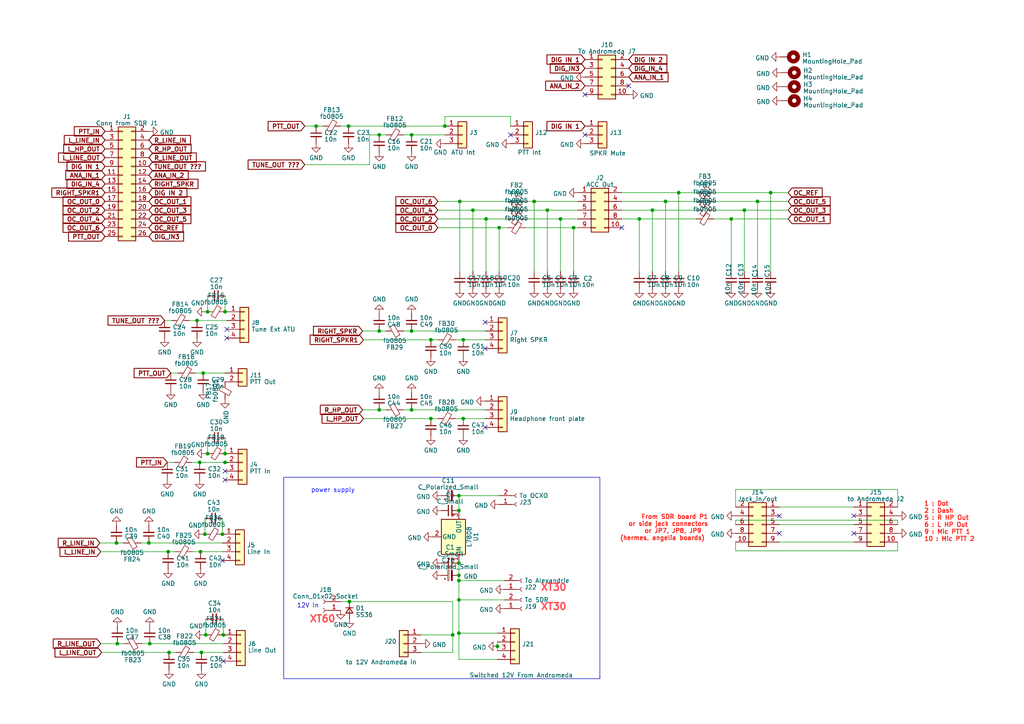
<source format=kicad_sch>
(kicad_sch (version 20230121) (generator eeschema)
  (paper "A4")
  (junction (at 65.278 134.112))
  (junction (at 131.318 184.15))
  (junction (at 223.52 55.88))
  (junction (at 133.096 168.402))
  (junction (at 119.38 39.116))
  (junction (at 64.516 154.94))
  (junction (at 134.366 121.412))
  (junction (at 65.278 131.572))
  (junction (at 65.278 90.424))
  (junction (at 48.768 160.02))
  (junction (at 133.096 148.082))
  (junction (at 162.56 63.5))
  (junction (at 49.022 189.23))
  (junction (at 57.15 92.964))
  (junction (at 133.096 166.878))
  (junction (at 189.23 60.96))
  (junction (at 60.198 131.572))
  (junction (at 154.94 58.42))
  (junction (at 124.968 121.412))
  (junction (at 64.77 184.15))
  (junction (at 212.09 63.5))
  (junction (at 101.346 174.498))
  (junction (at 133.096 183.642))
  (junction (at 109.982 39.116))
  (junction (at 109.982 96.012))
  (junction (at 133.35 58.42))
  (junction (at 58.166 160.02))
  (junction (at 129.032 36.576))
  (junction (at 137.16 60.96))
  (junction (at 124.968 98.552))
  (junction (at 140.97 63.5))
  (junction (at 59.436 154.94))
  (junction (at 101.092 36.576))
  (junction (at 219.71 58.42))
  (junction (at 60.198 90.424))
  (junction (at 196.85 55.88))
  (junction (at 33.782 157.48))
  (junction (at 43.434 186.69))
  (junction (at 43.18 157.48))
  (junction (at 57.912 134.112))
  (junction (at 144.272 187.452))
  (junction (at 133.096 173.99))
  (junction (at 91.694 36.576))
  (junction (at 144.78 66.04))
  (junction (at 134.366 98.552))
  (junction (at 119.38 96.012))
  (junction (at 193.04 58.42))
  (junction (at 59.69 184.15))
  (junction (at 119.38 118.872))
  (junction (at 158.75 60.96))
  (junction (at 58.42 189.23))
  (junction (at 34.036 186.69))
  (junction (at 166.37 66.04))
  (junction (at 58.928 108.204))
  (junction (at 185.42 63.5))
  (junction (at 109.982 118.872))
  (junction (at 133.096 143.764))
  (junction (at 215.9 60.96))
  (junction (at 133.096 163.322))
  (no_connect (at 140.716 101.092))
  (no_connect (at 65.278 136.652))
  (no_connect (at 65.786 98.044))
  (no_connect (at 64.77 191.77))
  (no_connect (at 140.716 93.472))
  (no_connect (at 247.65 149.606))
  (no_connect (at 148.082 39.116))
  (no_connect (at 182.372 24.892))
  (no_connect (at 226.06 154.686))
  (no_connect (at 140.716 123.952))
  (no_connect (at 169.672 39.116))
  (no_connect (at 180.34 66.04))
  (no_connect (at 64.516 162.56))
  (no_connect (at 65.786 95.504))
  (no_connect (at 226.06 149.606))
  (no_connect (at 247.65 154.686))
  (no_connect (at 169.672 27.432))
  (no_connect (at 65.278 139.192))
  (wire (pts (xy 119.38 96.012) (xy 140.716 96.012)))
  (wire (pts (xy 133.35 78.74) (xy 133.35 58.42)))
  (wire (pts (xy 137.16 78.74) (xy 137.16 60.96)))
  (wire (pts (xy 133.096 166.878) (xy 133.096 168.402)))
  (wire (pts (xy 146.304 168.402) (xy 133.096 168.402)))
  (wire (pts (xy 219.71 78.74) (xy 219.71 58.42)))
  (wire (pts (xy 105.41 98.552) (xy 124.968 98.552)))
  (wire (pts (xy 189.23 60.96) (xy 180.34 60.96)))
  (wire (pts (xy 134.366 98.552) (xy 140.716 98.552)))
  (wire (pts (xy 134.366 121.412) (xy 132.08 121.412)))
  (wire (pts (xy 152.4 66.04) (xy 166.37 66.04)))
  (wire (pts (xy 212.09 63.5) (xy 228.6 63.5)))
  (wire (pts (xy 55.626 134.112) (xy 57.912 134.112)))
  (wire (pts (xy 144.78 78.74) (xy 144.78 66.04)))
  (wire (pts (xy 127 60.96) (xy 137.16 60.96)))
  (wire (pts (xy 107.188 47.752) (xy 88.392 47.752)))
  (wire (pts (xy 124.968 121.412) (xy 127 121.412)))
  (wire (pts (xy 133.096 168.402) (xy 133.096 173.99)))
  (wire (pts (xy 58.42 189.23) (xy 56.134 189.23)))
  (wire (pts (xy 28.956 157.48) (xy 33.782 157.48)))
  (wire (pts (xy 119.38 118.872) (xy 140.716 118.872)))
  (polyline (pts (xy 173.99 196.088) (xy 173.99 196.85)))
  (wire (pts (xy 105.156 96.012) (xy 109.982 96.012)))
  (wire (pts (xy 212.09 63.5) (xy 207.01 63.5)))
  (wire (pts (xy 213.36 159.766) (xy 260.35 159.766)))
  (wire (pts (xy 189.23 78.74) (xy 189.23 60.96)))
  (wire (pts (xy 223.52 78.74) (xy 223.52 55.88)))
  (wire (pts (xy 193.04 58.42) (xy 180.34 58.42)))
  (wire (pts (xy 133.096 143.764) (xy 144.78 143.764)))
  (wire (pts (xy 213.36 152.146) (xy 213.36 150.876)))
  (wire (pts (xy 131.318 189.23) (xy 122.174 189.23)))
  (wire (pts (xy 219.71 58.42) (xy 207.01 58.42)))
  (wire (pts (xy 101.092 36.576) (xy 129.032 36.576)))
  (wire (pts (xy 158.75 78.74) (xy 158.75 60.96)))
  (wire (pts (xy 144.78 66.04) (xy 147.32 66.04)))
  (wire (pts (xy 193.04 78.74) (xy 193.04 58.42)))
  (wire (pts (xy 109.982 39.116) (xy 112.014 39.116)))
  (wire (pts (xy 137.16 60.96) (xy 147.32 60.96)))
  (wire (pts (xy 260.35 150.876) (xy 260.35 152.146)))
  (wire (pts (xy 152.4 58.42) (xy 154.94 58.42)))
  (wire (pts (xy 47.752 92.964) (xy 49.784 92.964)))
  (wire (pts (xy 212.09 78.74) (xy 212.09 63.5)))
  (wire (pts (xy 127 63.5) (xy 140.97 63.5)))
  (wire (pts (xy 226.06 152.146) (xy 247.65 152.146)))
  (wire (pts (xy 166.37 78.74) (xy 166.37 66.04)))
  (wire (pts (xy 133.096 191.262) (xy 144.272 191.262)))
  (wire (pts (xy 133.096 183.642) (xy 133.096 191.262)))
  (wire (pts (xy 219.71 58.42) (xy 228.6 58.42)))
  (wire (pts (xy 134.366 98.552) (xy 132.08 98.552)))
  (wire (pts (xy 260.35 159.766) (xy 260.35 157.226)))
  (wire (pts (xy 64.516 150.368) (xy 64.516 154.94)))
  (wire (pts (xy 185.42 63.5) (xy 180.34 63.5)))
  (wire (pts (xy 144.272 187.452) (xy 144.272 188.722)))
  (wire (pts (xy 105.41 121.412) (xy 124.968 121.412)))
  (wire (pts (xy 107.188 39.116) (xy 107.188 47.752)))
  (wire (pts (xy 196.85 55.88) (xy 180.34 55.88)))
  (wire (pts (xy 133.096 163.322) (xy 133.096 166.878)))
  (wire (pts (xy 119.38 118.872) (xy 117.094 118.872)))
  (wire (pts (xy 58.928 108.204) (xy 56.642 108.204)))
  (polyline (pts (xy 82.296 196.85) (xy 173.99 196.85)))
  (wire (pts (xy 60.198 131.572) (xy 60.452 131.572)))
  (wire (pts (xy 43.18 157.48) (xy 40.894 157.48)))
  (wire (pts (xy 119.38 39.116) (xy 129.032 39.116)))
  (wire (pts (xy 158.75 60.96) (xy 167.64 60.96)))
  (wire (pts (xy 59.69 184.15) (xy 59.944 184.15)))
  (wire (pts (xy 152.4 60.96) (xy 158.75 60.96)))
  (wire (pts (xy 223.52 55.88) (xy 228.6 55.88)))
  (wire (pts (xy 34.036 186.69) (xy 36.068 186.69)))
  (wire (pts (xy 226.06 147.066) (xy 247.65 147.066)))
  (wire (pts (xy 59.436 154.94) (xy 59.69 154.94)))
  (polyline (pts (xy 173.99 138.43) (xy 82.296 138.43)))
  (wire (pts (xy 58.166 160.02) (xy 55.88 160.02)))
  (wire (pts (xy 196.85 78.74) (xy 196.85 55.88)))
  (wire (pts (xy 59.69 90.424) (xy 60.198 90.424)))
  (wire (pts (xy 58.928 108.204) (xy 65.278 108.204)))
  (wire (pts (xy 109.982 96.012) (xy 112.014 96.012)))
  (wire (pts (xy 59.436 150.368) (xy 59.436 154.94)))
  (wire (pts (xy 57.15 92.964) (xy 54.864 92.964)))
  (wire (pts (xy 131.318 184.15) (xy 122.174 184.15)))
  (wire (pts (xy 127 66.04) (xy 144.78 66.04)))
  (wire (pts (xy 133.096 183.642) (xy 144.272 183.642)))
  (wire (pts (xy 260.35 147.066) (xy 260.35 141.986)))
  (wire (pts (xy 101.092 36.576) (xy 98.806 36.576)))
  (wire (pts (xy 213.36 141.986) (xy 213.36 147.066)))
  (wire (pts (xy 98.806 174.498) (xy 101.346 174.498)))
  (wire (pts (xy 91.694 36.576) (xy 93.726 36.576)))
  (wire (pts (xy 57.15 92.964) (xy 65.786 92.964)))
  (wire (pts (xy 119.38 96.012) (xy 117.094 96.012)))
  (wire (pts (xy 131.318 174.498) (xy 131.318 184.15)))
  (wire (pts (xy 215.9 78.74) (xy 215.9 60.96)))
  (wire (pts (xy 215.9 60.96) (xy 207.01 60.96)))
  (wire (pts (xy 48.768 160.02) (xy 50.8 160.02)))
  (wire (pts (xy 226.06 157.226) (xy 247.65 157.226)))
  (wire (pts (xy 189.23 60.96) (xy 201.93 60.96)))
  (wire (pts (xy 148.082 36.576) (xy 148.082 33.782)))
  (wire (pts (xy 185.42 63.5) (xy 201.93 63.5)))
  (wire (pts (xy 49.53 108.204) (xy 51.562 108.204)))
  (polyline (pts (xy 82.296 138.43) (xy 82.296 196.85)))
  (wire (pts (xy 140.97 78.74) (xy 140.97 63.5)))
  (wire (pts (xy 88.392 36.576) (xy 91.694 36.576)))
  (wire (pts (xy 133.096 173.99) (xy 146.304 173.99)))
  (wire (pts (xy 196.85 55.88) (xy 201.93 55.88)))
  (wire (pts (xy 162.56 63.5) (xy 167.64 63.5)))
  (wire (pts (xy 105.156 118.872) (xy 109.982 118.872)))
  (wire (pts (xy 59.182 184.15) (xy 59.69 184.15)))
  (wire (pts (xy 154.94 58.42) (xy 167.64 58.42)))
  (wire (pts (xy 60.198 127) (xy 60.198 131.572)))
  (wire (pts (xy 213.36 157.226) (xy 213.36 159.766)))
  (wire (pts (xy 162.56 78.74) (xy 162.56 63.5)))
  (wire (pts (xy 124.968 98.552) (xy 127 98.552)))
  (wire (pts (xy 133.096 143.764) (xy 133.096 148.082)))
  (wire (pts (xy 60.198 90.424) (xy 60.452 90.424)))
  (wire (pts (xy 109.982 118.872) (xy 112.014 118.872)))
  (wire (pts (xy 223.52 55.88) (xy 207.01 55.88)))
  (wire (pts (xy 119.38 39.116) (xy 117.094 39.116)))
  (polyline (pts (xy 173.99 196.342) (xy 173.99 138.43)))
  (wire (pts (xy 43.434 186.69) (xy 41.148 186.69)))
  (wire (pts (xy 154.94 78.74) (xy 154.94 58.42)))
  (wire (pts (xy 260.35 141.986) (xy 213.36 141.986)))
  (wire (pts (xy 127 58.42) (xy 133.35 58.42)))
  (wire (pts (xy 134.366 121.412) (xy 140.716 121.412)))
  (wire (pts (xy 58.166 160.02) (xy 64.516 160.02)))
  (wire (pts (xy 65.278 127) (xy 65.278 131.572)))
  (wire (pts (xy 43.434 186.69) (xy 64.77 186.69)))
  (wire (pts (xy 57.912 134.112) (xy 65.278 134.112)))
  (wire (pts (xy 140.97 63.5) (xy 147.32 63.5)))
  (wire (pts (xy 29.21 160.02) (xy 48.768 160.02)))
  (wire (pts (xy 131.318 184.15) (xy 131.318 189.23)))
  (wire (pts (xy 107.188 39.116) (xy 109.982 39.116)))
  (wire (pts (xy 133.096 173.99) (xy 133.096 183.642)))
  (wire (pts (xy 101.346 174.498) (xy 131.318 174.498)))
  (wire (pts (xy 49.022 189.23) (xy 51.054 189.23)))
  (wire (pts (xy 166.37 66.04) (xy 167.64 66.04)))
  (wire (pts (xy 193.04 58.42) (xy 201.93 58.42)))
  (wire (pts (xy 43.18 157.48) (xy 64.516 157.48)))
  (wire (pts (xy 215.9 60.96) (xy 228.6 60.96)))
  (wire (pts (xy 29.464 189.23) (xy 49.022 189.23)))
  (wire (pts (xy 58.42 189.23) (xy 64.77 189.23)))
  (wire (pts (xy 59.69 179.578) (xy 59.69 184.15)))
  (wire (pts (xy 65.278 85.852) (xy 65.278 90.424)))
  (wire (pts (xy 64.77 179.578) (xy 64.77 184.15)))
  (wire (pts (xy 185.42 78.74) (xy 185.42 63.5)))
  (wire (pts (xy 48.514 134.112) (xy 50.546 134.112)))
  (wire (pts (xy 60.198 85.852) (xy 60.198 90.424)))
  (wire (pts (xy 65.278 90.424) (xy 65.786 90.424)))
  (wire (pts (xy 29.21 186.69) (xy 34.036 186.69)))
  (wire (pts (xy 133.35 58.42) (xy 147.32 58.42)))
  (wire (pts (xy 33.782 157.48) (xy 35.814 157.48)))
  (wire (pts (xy 59.69 131.572) (xy 60.198 131.572)))
  (wire (pts (xy 129.032 33.782) (xy 129.032 36.576)))
  (wire (pts (xy 152.4 63.5) (xy 162.56 63.5)))
  (wire (pts (xy 213.36 150.876) (xy 260.35 150.876)))
  (wire (pts (xy 58.928 154.94) (xy 59.436 154.94)))
  (wire (pts (xy 148.082 33.782) (xy 129.032 33.782)))
  (wire (pts (xy 144.272 186.182) (xy 144.272 187.452)))
  (wire (pts (xy 65.278 134.112) (xy 65.532 134.112)))
  (text "XT60" (at 89.662 180.848 0) (effects (font (size 2 2) (thickness 0.4) bold) (justify left bottom)))
  (text "power supply" (at 90.17 143.002 0) (effects (font (size 1.27 1.27)) (justify left bottom)))
  (text "XT30\n" (at 156.718 171.704 0) (effects (font (size 2 2) (thickness 0.4) bold) (justify left bottom)))
  (text "12V In\n" (at 86.106 176.53 0) (effects (font (size 1.27 1.27)) (justify left bottom)))
  (text "XT30\n" (at 156.718 177.292 0) (effects (font (size 2 2) (thickness 0.4) bold) (justify left bottom)))
  (text "1 : Dot\n2 : Dash\n5 : R HP Out\n6 : L HP Out\n9 : Mic PTT 1\n10 : Mic PTT 2\n" (at 267.97 157.226 0) (effects (font (size 1.27 1.27) (thickness 0.254) bold) (justify left bottom)))
  (text "From SDR board P1\nor side jack connectors\nor JP7, JP8, JP9  \n(hermes, angelia boards) \n\n" (at 205.486 159.004 0) (effects (font (size 1.27 1.27) (thickness 0.254) bold) (justify right bottom)))
  (global_label "OC_OUT_3" (shape input) (at 228.6 60.96 0) (effects (font bold)) (property "Intersheetrefs" "${INTERSHEET_REFS}" (effects hide)))
  (global_label "DIG_IN3" (shape input) (at 169.672 19.812 180) (effects (font bold)) (property "Intersheetrefs" "${INTERSHEET_REFS}" (effects hide)))
  (global_label "DIG IN 1" (shape input) (at 169.672 17.272 180) (effects (font bold)) (property "Intersheetrefs" "${INTERSHEET_REFS}" (effects hide)))
  (global_label "OC_OUT_1" (shape input) (at 228.6 63.5 0) (effects (font bold)) (property "Intersheetrefs" "${INTERSHEET_REFS}" (effects hide)))
  (global_label "OC_OUT_0" (shape input) (at 127 66.04 180) (effects (font bold)) (property "Intersheetrefs" "${INTERSHEET_REFS}" (effects hide)))
  (global_label "OC_OUT_2" (shape input) (at 127 63.5 180) (effects (font bold)) (property "Intersheetrefs" "${INTERSHEET_REFS}" (effects hide)))
  (global_label "RIGHT_SPKR" (shape input) (at 105.156 96.012 180) (effects (font bold)) (property "Intersheetrefs" "${INTERSHEET_REFS}" (effects hide)))
  (global_label "L_HP_OUT" (shape input) (at 105.41 121.412 180) (effects (font bold)) (property "Intersheetrefs" "${INTERSHEET_REFS}" (effects hide)))
  (global_label "R_LINE_IN" (shape input) (at 28.956 157.48 180) (effects (font bold)) (property "Intersheetrefs" "${INTERSHEET_REFS}" (effects hide)))
  (global_label "DIG IN 2" (shape input) (at 182.372 17.272 0) (effects (font bold)) (property "Intersheetrefs" "${INTERSHEET_REFS}" (effects hide)))
  (global_label "ANA_IN_1" (shape input) (at 182.372 22.352 0) (effects (font bold)) (property "Intersheetrefs" "${INTERSHEET_REFS}" (effects hide)))
  (global_label "OC_OUT_4" (shape input) (at 127 60.96 180) (effects (font bold)) (property "Intersheetrefs" "${INTERSHEET_REFS}" (effects hide)))
  (global_label "DIG IN 1" (shape input) (at 169.672 36.576 180) (effects (font bold)) (property "Intersheetrefs" "${INTERSHEET_REFS}" (effects hide)))
  (global_label "ANA_IN_2" (shape input) (at 43.18 50.8 0) (effects (font bold)) (property "Intersheetrefs" "${INTERSHEET_REFS}" (effects hide)))
  (global_label "PTT_OUT" (shape input) (at 30.48 68.58 180) (effects (font bold)) (property "Intersheetrefs" "${INTERSHEET_REFS}" (effects hide)))
  (global_label "DIG_IN_4" (shape input) (at 182.372 19.812 0) (effects (font bold)) (property "Intersheetrefs" "${INTERSHEET_REFS}" (effects hide)))
  (global_label "RIGHT_SPKR1" (shape input) (at 30.48 55.88 180) (effects (font bold)) (property "Intersheetrefs" "${INTERSHEET_REFS}" (effects hide)))
  (global_label "DIG_IN_4" (shape input) (at 30.48 53.34 180) (effects (font bold)) (property "Intersheetrefs" "${INTERSHEET_REFS}" (effects hide)))
  (global_label "DIG IN 1" (shape input) (at 30.48 48.26 180) (effects (font bold)) (property "Intersheetrefs" "${INTERSHEET_REFS}" (effects hide)))
  (global_label "OC_REF" (shape input) (at 228.6 55.88 0) (effects (font bold)) (property "Intersheetrefs" "${INTERSHEET_REFS}" (effects hide)))
  (global_label "RIGHT_SPKR1" (shape input) (at 105.41 98.552 180) (effects (font bold)) (property "Intersheetrefs" "${INTERSHEET_REFS}" (effects hide)))
  (global_label "PTT_OUT" (shape input) (at 49.53 108.204 180) (effects (font bold)) (property "Intersheetrefs" "${INTERSHEET_REFS}" (effects hide)))
  (global_label "ANA_IN_1" (shape input) (at 30.48 50.8 180) (effects (font bold)) (property "Intersheetrefs" "${INTERSHEET_REFS}" (effects hide)))
  (global_label "OC_OUT_5" (shape input) (at 43.18 63.5 0) (effects (font bold)) (property "Intersheetrefs" "${INTERSHEET_REFS}" (effects hide)))
  (global_label "L_LINE_OUT" (shape input) (at 30.48 45.72 180) (effects (font bold)) (property "Intersheetrefs" "${INTERSHEET_REFS}" (effects hide)))
  (global_label "L_LINE_OUT" (shape input) (at 29.464 189.23 180) (effects (font bold)) (property "Intersheetrefs" "${INTERSHEET_REFS}" (effects hide)))
  (global_label "R_LINE_OUT" (shape input) (at 29.21 186.69 180) (effects (font bold)) (property "Intersheetrefs" "${INTERSHEET_REFS}" (effects hide)))
  (global_label "RIGHT_SPKR" (shape input) (at 43.18 53.34 0) (effects (font bold)) (property "Intersheetrefs" "${INTERSHEET_REFS}" (effects hide)))
  (global_label "OC_REF" (shape input) (at 43.18 66.04 0) (effects (font bold)) (property "Intersheetrefs" "${INTERSHEET_REFS}" (effects hide)))
  (global_label "OC_OUT_1" (shape input) (at 43.18 58.42 0) (effects (font bold)) (property "Intersheetrefs" "${INTERSHEET_REFS}" (effects hide)))
  (global_label "R_LINE_OUT" (shape input) (at 43.18 45.72 0) (effects (font bold)) (property "Intersheetrefs" "${INTERSHEET_REFS}" (effects hide)))
  (global_label "OC_OUT_4" (shape input) (at 30.48 63.5 180) (effects (font bold)) (property "Intersheetrefs" "${INTERSHEET_REFS}" (effects hide)))
  (global_label "OC_OUT_3" (shape input) (at 43.18 60.96 0) (effects (font bold)) (property "Intersheetrefs" "${INTERSHEET_REFS}" (effects hide)))
  (global_label "TUNE_OUT ???" (shape input) (at 43.18 48.26 0) (effects (font bold)) (property "Intersheetrefs" "${INTERSHEET_REFS}" (effects hide)))
  (global_label "OC_OUT_2" (shape input) (at 30.48 60.96 180) (effects (font bold)) (property "Intersheetrefs" "${INTERSHEET_REFS}" (effects hide)))
  (global_label "PTT_OUT" (shape input) (at 88.392 36.576 180) (effects (font bold)) (property "Intersheetrefs" "${INTERSHEET_REFS}" (effects hide)))
  (global_label "ANA_IN_2" (shape input) (at 169.672 24.892 180) (effects (font bold)) (property "Intersheetrefs" "${INTERSHEET_REFS}" (effects hide)))
  (global_label "R_HP_OUT" (shape input) (at 105.156 118.872 180) (effects (font bold)) (property "Intersheetrefs" "${INTERSHEET_REFS}" (effects hide)))
  (global_label "R_HP_OUT" (shape input) (at 43.18 43.18 0) (effects (font bold)) (property "Intersheetrefs" "${INTERSHEET_REFS}" (effects hide)))
  (global_label "DIG_IN3" (shape input) (at 43.18 68.58 0) (effects (font bold)) (property "Intersheetrefs" "${INTERSHEET_REFS}" (effects hide)))
  (global_label "PTT_IN" (shape input) (at 30.48 38.1 180) (effects (font bold)) (property "Intersheetrefs" "${INTERSHEET_REFS}" (effects hide)))
  (global_label "PTT_IN" (shape input) (at 48.514 134.112 180) (effects (font bold)) (property "Intersheetrefs" "${INTERSHEET_REFS}" (effects hide)))
  (global_label "TUNE_OUT ???" (shape input) (at 47.752 92.964 180) (effects (font bold)) (property "Intersheetrefs" "${INTERSHEET_REFS}" (effects hide)))
  (global_label "OC_OUT_6" (shape input) (at 127 58.42 180) (effects (font bold)) (property "Intersheetrefs" "${INTERSHEET_REFS}" (effects hide)))
  (global_label "TUNE_OUT ???" (shape input) (at 88.392 47.752 180) (effects (font bold)) (property "Intersheetrefs" "${INTERSHEET_REFS}" (effects hide)))
  (global_label "L_HP_OUT" (shape input) (at 30.48 43.18 180) (effects (font bold)) (property "Intersheetrefs" "${INTERSHEET_REFS}" (effects hide)))
  (global_label "L_LINE_IN" (shape input) (at 29.21 160.02 180) (effects (font bold)) (property "Intersheetrefs" "${INTERSHEET_REFS}" (effects hide)))
  (global_label "OC_OUT_6" (shape input) (at 30.48 66.04 180) (effects (font bold)) (property "Intersheetrefs" "${INTERSHEET_REFS}" (effects hide)))
  (global_label "DIG IN 2" (shape input) (at 43.18 55.88 0) (effects (font bold)) (property "Intersheetrefs" "${INTERSHEET_REFS}" (effects hide)))
  (global_label "OC_OUT_0" (shape input) (at 30.48 58.42 180) (effects (font bold)) (property "Intersheetrefs" "${INTERSHEET_REFS}" (effects hide)))
  (global_label "R_LINE_IN" (shape input) (at 43.18 40.64 0) (effects (font bold)) (property "Intersheetrefs" "${INTERSHEET_REFS}" (effects hide)))
  (global_label "L_LINE_IN" (shape input) (at 30.48 40.64 180) (effects (font bold)) (property "Intersheetrefs" "${INTERSHEET_REFS}" (effects hide)))
  (global_label "OC_OUT_5" (shape input) (at 228.6 58.42 0) (effects (font bold)) (property "Intersheetrefs" "${INTERSHEET_REFS}" (effects hide)))
  (symbol (lib_id "Device:FerriteBead_Small") (at 129.54 98.552 90) (unit 1)
    (property "Reference" "FB30" (at 129.5019 93.8403 90))
    (property "Value" "fb0805" (at 129.5019 95.7613 90))
    (property "Footprint" "Inductor_SMD:L_0805_2012Metric_Pad1.15x1.40mm_HandSolder" (effects hide))
  )
  (symbol (lib_id "power:GND") (at 124.968 103.632 0) (unit 1)
    (property "Reference" "#PWR063" (effects hide))
    (property "Value" "GND" (at 124.968 107.7675 0))
  )
  (symbol (lib_id "Device:FerriteBead_Small") (at 38.354 157.48 90) (mirror x) (unit 1)
    (property "Reference" "FB24" (at 38.3159 162.1917 90))
    (property "Value" "fb0805" (at 38.3159 160.2707 90))
    (property "Footprint" "Inductor_SMD:L_0805_2012Metric_Pad1.15x1.40mm_HandSolder" (effects hide))
  )
  (symbol (lib_id "power:GND") (at 189.23 83.82 0) (unit 1)
    (property "Reference" "#PWR016" (effects hide))
    (property "Value" "GND" (at 189.23 87.9555 0))
  )
  (symbol (lib_id "Device:C_Small") (at 91.694 39.116 0) (unit 1)
    (property "Reference" "C22" (at 94.0181 38.4786 0) (effects (justify left)))
    (property "Value" "10n" (at 94.0181 40.3996 0) (effects (justify left)))
    (property "Footprint" "Capacitor_SMD:C_0805_2012Metric_Pad1.18x1.45mm_HandSolder" (effects hide))
  )
  (symbol (lib_id "Device:C_Small") (at 124.968 123.952 0) (unit 1)
    (property "Reference" "C46" (at 127.2921 123.3146 0) (effects (justify left)))
    (property "Value" "10n" (at 127.2921 125.2356 0) (effects (justify left)))
    (property "Footprint" "Capacitor_SMD:C_0805_2012Metric_Pad1.18x1.45mm_HandSolder" (effects hide))
  )
  (symbol (lib_id "Connector_Generic:Conn_01x04") (at 145.796 96.012 0) (unit 1)
    (property "Reference" "J7" (at 147.828 96.6383 0) (effects (justify left)))
    (property "Value" "Right SPKR" (at 147.828 98.5593 0) (effects (justify left)))
    (property "Footprint" "Connector_Molex:Molex_KK-254_AE-6410-04A_1x04_P2.54mm_Vertical" (effects hide))
  )
  (symbol (lib_id "Device:C_Polarized_Small") (at 130.556 166.878 90) (unit 1)
    (property "Reference" "C26" (at 130.0099 162.4711 90))
    (property "Value" "C_Polarized_Small" (at 130.0099 164.3921 90))
    (property "Footprint" "Capacitor_SMD:C_2220_5650Metric_Pad1.97x5.40mm_HandSolder" (effects hide))
  )
  (symbol (lib_id "Connector:Conn_01x02_Socket") (at 93.726 177.038 180) (unit 1)
    (property "Reference" "J18" (at 94.361 171.0309 0))
    (property "Value" "Conn_01x02_Socket" (at 94.361 172.9519 0))
    (property "Footprint" "Connector_AMASS:AMASS_XT30U-F_1x02_P5.0mm_Vertical" (effects hide))
  )
  (symbol (lib_id "Connector_Generic:Conn_01x04") (at 69.85 186.69 0) (unit 1)
    (property "Reference" "J6" (at 71.882 186.69 0) (effects (justify left)))
    (property "Value" "Line Out" (at 71.882 188.611 0) (effects (justify left)))
    (property "Footprint" "Connector_Molex:Molex_KK-254_AE-6410-04A_1x04_P2.54mm_Vertical" (effects hide))
  )
  (symbol (lib_id "power:GND") (at 101.092 41.656 0) (unit 1)
    (property "Reference" "#PWR036" (effects hide))
    (property "Value" "GND" (at 101.092 45.7915 0))
  )
  (symbol (lib_id "Device:C_Small") (at 189.23 81.28 0) (unit 1)
    (property "Reference" "C8" (at 191.5541 80.6426 0) (effects (justify left)))
    (property "Value" "10n" (at 191.5541 82.5636 0) (effects (justify left)))
    (property "Footprint" "Capacitor_SMD:C_0805_2012Metric_Pad1.18x1.45mm_HandSolder" (effects hide))
  )
  (symbol (lib_id "Device:FerriteBead_Small") (at 149.86 58.42 90) (unit 1)
    (property "Reference" "FB2" (at 149.8219 53.7083 90))
    (property "Value" "fb0805" (at 149.8219 55.6293 90))
    (property "Footprint" "Inductor_SMD:L_0805_2012Metric_Pad1.15x1.40mm_HandSolder" (effects hide))
  )
  (symbol (lib_id "Device:C_Small") (at 137.16 81.28 0) (unit 1)
    (property "Reference" "C18" (at 139.4841 80.6426 0) (effects (justify left)))
    (property "Value" "10n" (at 139.4841 82.5636 0) (effects (justify left)))
    (property "Footprint" "Capacitor_SMD:C_0805_2012Metric_Pad1.18x1.45mm_HandSolder" (effects hide))
  )
  (symbol (lib_id "Device:FerriteBead_Small") (at 204.47 55.88 90) (unit 1)
    (property "Reference" "FB3" (at 204.4319 51.1683 90))
    (property "Value" "fb0805" (at 204.4319 53.0893 90))
    (property "Footprint" "Inductor_SMD:L_0805_2012Metric_Pad1.15x1.40mm_HandSolder" (effects hide))
  )
  (symbol (lib_id "power:GND") (at 169.672 22.352 270) (unit 1)
    (property "Reference" "#PWR03" (effects hide))
    (property "Value" "GND" (at 166.4971 22.6688 90) (effects (justify right)))
  )
  (symbol (lib_id "Device:C_Small") (at 33.782 154.94 0) (mirror x) (unit 1)
    (property "Reference" "C39" (at 36.1061 155.5774 0) (effects (justify left)))
    (property "Value" "10n" (at 36.1061 153.6564 0) (effects (justify left)))
    (property "Footprint" "Capacitor_SMD:C_0805_2012Metric_Pad1.18x1.45mm_HandSolder" (effects hide))
  )
  (symbol (lib_id "Device:FerriteBead_Small") (at 204.47 58.42 90) (unit 1)
    (property "Reference" "FB7" (at 204.4319 53.7083 90))
    (property "Value" "fb0805" (at 204.4319 55.6293 90))
    (property "Footprint" "Inductor_SMD:L_0805_2012Metric_Pad1.15x1.40mm_HandSolder" (effects hide))
  )
  (symbol (lib_id "power:GND") (at 146.304 170.942 270) (unit 1)
    (property "Reference" "#PWR070" (effects hide))
    (property "Value" "GND" (at 143.1291 171.2588 90) (effects (justify right)))
  )
  (symbol (lib_id "power:GND") (at 215.9 83.82 0) (unit 1)
    (property "Reference" "#PWR021" (effects hide))
    (property "Value" "GND" (at 215.9 87.9555 0))
  )
  (symbol (lib_id "power:GND") (at 213.36 154.686 270) (mirror x) (unit 1)
    (property "Reference" "#PWR05" (effects hide))
    (property "Value" "GND" (at 210.185 155.0028 90) (effects (justify right)))
  )
  (symbol (lib_id "power:GND") (at 169.672 41.656 270) (unit 1)
    (property "Reference" "#PWR030" (effects hide))
    (property "Value" "GND" (at 166.4971 41.9728 90) (effects (justify right)))
  )
  (symbol (lib_id "power:GND") (at 158.75 83.82 0) (unit 1)
    (property "Reference" "#PWR012" (effects hide))
    (property "Value" "GND" (at 158.75 87.9555 0))
  )
  (symbol (lib_id "power:GND") (at 213.36 149.606 270) (mirror x) (unit 1)
    (property "Reference" "#PWR04" (effects hide))
    (property "Value" "GND" (at 210.185 149.9228 90) (effects (justify right)))
  )
  (symbol (lib_id "Device:FerriteBead_Small") (at 149.86 63.5 90) (unit 1)
    (property "Reference" "FB5" (at 149.8219 58.7883 90))
    (property "Value" "fb0805" (at 149.8219 60.7093 90))
    (property "Footprint" "Inductor_SMD:L_0805_2012Metric_Pad1.15x1.40mm_HandSolder" (effects hide))
  )
  (symbol (lib_id "power:GND") (at 129.032 41.656 270) (unit 1)
    (property "Reference" "#PWR032" (effects hide))
    (property "Value" "GND" (at 129.794 44.196 90) (effects (justify right)))
  )
  (symbol (lib_id "power:GND") (at 119.38 44.196 0) (unit 1)
    (property "Reference" "#PWR034" (effects hide))
    (property "Value" "GND" (at 119.38 48.3315 0))
  )
  (symbol (lib_id "power:GND") (at 58.928 113.284 0) (unit 1)
    (property "Reference" "#PWR041" (effects hide))
    (property "Value" "GND" (at 58.928 117.4195 0))
  )
  (symbol (lib_id "Device:C_Small") (at 185.42 81.28 0) (unit 1)
    (property "Reference" "C7" (at 187.7441 80.6426 0) (effects (justify left)))
    (property "Value" "10n" (at 187.7441 82.5636 0) (effects (justify left)))
    (property "Footprint" "Capacitor_SMD:C_0805_2012Metric_Pad1.18x1.45mm_HandSolder" (effects hide))
  )
  (symbol (lib_id "Device:D_Small") (at 101.346 177.038 270) (unit 1)
    (property "Reference" "D1" (at 103.124 176.3943 90) (effects (justify left)))
    (property "Value" "SS36" (at 103.124 178.3153 90) (effects (justify left)))
    (property "Footprint" "Diode_SMD:D_SMC" (effects hide))
    (property "Sim.Device" "D" (effects hide))
    (property "Sim.Pins" "1=K 2=A" (effects hide))
  )
  (symbol (lib_id "power:GND") (at 128.016 148.082 270) (unit 1)
    (property "Reference" "#PWR075" (effects hide))
    (property "Value" "GND" (at 124.8411 148.3988 90) (effects (justify right)))
  )
  (symbol (lib_id "power:GND") (at 196.85 83.82 0) (unit 1)
    (property "Reference" "#PWR018" (effects hide))
    (property "Value" "GND" (at 196.85 87.9555 0))
  )
  (symbol (lib_id "Device:C_Small") (at 134.366 123.952 0) (unit 1)
    (property "Reference" "C47" (at 136.6901 123.3146 0) (effects (justify left)))
    (property "Value" "10n" (at 136.6901 125.2356 0) (effects (justify left)))
    (property "Footprint" "Capacitor_SMD:C_0805_2012Metric_Pad1.18x1.45mm_HandSolder" (effects hide))
  )
  (symbol (lib_id "Device:FerriteBead_Small") (at 53.34 160.02 90) (unit 1)
    (property "Reference" "FB25" (at 53.3019 155.3083 90))
    (property "Value" "fb0805" (at 53.3019 157.2293 90))
    (property "Footprint" "Inductor_SMD:L_0805_2012Metric_Pad1.15x1.40mm_HandSolder" (effects hide))
  )
  (symbol (lib_id "power:GND") (at 226.568 29.21 270) (unit 1)
    (property "Reference" "#PWR046" (effects hide))
    (property "Value" "GND" (at 223.3931 29.5268 90) (effects (justify right)))
  )
  (symbol (lib_id "Regulator_Linear:L7808") (at 133.096 155.702 270) (mirror x) (unit 1)
    (property "Reference" "U1" (at 138.0109 155.702 0))
    (property "Value" "L7808" (at 136.0899 155.702 0))
    (property "Footprint" "Package_TO_SOT_SMD:TO-252-3_TabPin2" (effects hide))
    (property "Datasheet" "http://www.st.com/content/ccc/resource/technical/document/datasheet/41/4f/b3/b0/12/d4/47/88/CD00000444.pdf/files/CD00000444.pdf/jcr:content/translations/en.CD00000444.pdf" (effects hide))
  )
  (symbol (lib_id "Connector_Generic:Conn_02x05_Odd_Even") (at 220.98 152.146 0) (mirror y) (unit 1)
    (property "Reference" "J14" (at 219.71 142.7861 0))
    (property "Value" "Jack_in/out" (at 219.71 144.7071 0))
    (property "Footprint" "Connector_IDC:IDC-Header_2x05_P2.54mm_Vertical" (effects hide))
  )
  (symbol (lib_id "Mechanical:MountingHole_Pad") (at 228.854 16.51 270) (unit 1)
    (property "Reference" "H1" (at 232.664 15.8663 90) (effects (justify left)))
    (property "Value" "MountingHole_Pad" (at 232.664 17.7873 90) (effects (justify left)))
    (property "Footprint" "MountingHole:MountingHole_3.5mm_Pad_Via" (effects hide))
  )
  (symbol (lib_id "power:GND") (at 128.016 166.878 270) (unit 1)
    (property "Reference" "#PWR074" (effects hide))
    (property "Value" "GND" (at 138.5571 167.1948 90) (effects (justify right)))
  )
  (symbol (lib_id "power:GND") (at 101.346 179.578 0) (unit 1)
    (property "Reference" "#PWR077" (effects hide))
    (property "Value" "GND" (at 101.346 183.7135 0))
  )
  (symbol (lib_id "Device:C_Small") (at 166.37 81.28 0) (unit 1)
    (property "Reference" "C2" (at 169.164 80.772 0) (effects (justify left)))
    (property "Value" "10n" (at 168.6941 82.5636 0) (effects (justify left)))
    (property "Footprint" "Capacitor_SMD:C_0805_2012Metric_Pad1.18x1.45mm_HandSolder" (effects hide))
  )
  (symbol (lib_id "Device:FerriteBead_Small") (at 129.54 121.412 90) (unit 1)
    (property "Reference" "FB28" (at 129.5019 116.7003 90))
    (property "Value" "fb0805" (at 129.5019 118.6213 90))
    (property "Footprint" "Inductor_SMD:L_0805_2012Metric_Pad1.15x1.40mm_HandSolder" (effects hide))
  )
  (symbol (lib_id "power:GND") (at 109.982 113.792 0) (mirror x) (unit 1)
    (property "Reference" "#PWR057" (effects hide))
    (property "Value" "GND" (at 109.982 109.6565 0))
  )
  (symbol (lib_id "power:GND") (at 109.982 90.932 0) (mirror x) (unit 1)
    (property "Reference" "#PWR061" (effects hide))
    (property "Value" "GND" (at 109.982 86.7965 0))
  )
  (symbol (lib_id "Device:C_Small") (at 119.38 41.656 0) (unit 1)
    (property "Reference" "C21" (at 121.7041 41.0186 0) (effects (justify left)))
    (property "Value" "10n" (at 121.7041 42.9396 0) (effects (justify left)))
    (property "Footprint" "Capacitor_SMD:C_0805_2012Metric_Pad1.18x1.45mm_HandSolder" (effects hide))
  )
  (symbol (lib_id "Device:C_Small") (at 162.56 81.28 0) (unit 1)
    (property "Reference" "C3" (at 164.8841 80.6426 0) (effects (justify left)))
    (property "Value" "10n" (at 164.8841 82.5636 0) (effects (justify left)))
    (property "Footprint" "Capacitor_SMD:C_0805_2012Metric_Pad1.18x1.45mm_HandSolder" (effects hide))
  )
  (symbol (lib_id "power:GND") (at 212.09 83.82 0) (unit 1)
    (property "Reference" "#PWR020" (effects hide))
    (property "Value" "GND" (at 212.09 87.9555 0))
  )
  (symbol (lib_id "Connector:Conn_01x02_Socket") (at 151.384 176.53 0) (mirror x) (unit 1)
    (property "Reference" "J19" (at 152.0952 175.9037 0) (effects (justify left)))
    (property "Value" "To SDR" (at 152.0952 173.9827 0) (effects (justify left)))
    (property "Footprint" "Connector_AMASS:AMASS_XT30U-F_1x02_P5.0mm_Vertical" (effects hide))
  )
  (symbol (lib_id "Device:C_Small") (at 134.366 101.092 0) (unit 1)
    (property "Reference" "C51" (at 136.6901 100.4546 0) (effects (justify left)))
    (property "Value" "10n" (at 136.6901 102.3756 0) (effects (justify left)))
    (property "Footprint" "Capacitor_SMD:C_0805_2012Metric_Pad1.18x1.45mm_HandSolder" (effects hide))
  )
  (symbol (lib_id "power:GND") (at 57.15 98.044 0) (unit 1)
    (property "Reference" "#PWR038" (effects hide))
    (property "Value" "GND" (at 57.15 102.1795 0))
  )
  (symbol (lib_id "Device:FerriteBead_Small") (at 53.086 134.112 90) (unit 1)
    (property "Reference" "FB19" (at 53.0479 129.4003 90))
    (property "Value" "fb0805" (at 53.0479 131.3213 90))
    (property "Footprint" "Inductor_SMD:L_0805_2012Metric_Pad1.15x1.40mm_HandSolder" (effects hide))
  )
  (symbol (lib_id "Device:FerriteBead_Small") (at 54.102 108.204 90) (unit 1)
    (property "Reference" "FB16" (at 54.0639 103.4923 90))
    (property "Value" "fb0805" (at 54.0639 105.4133 90))
    (property "Footprint" "Inductor_SMD:L_0805_2012Metric_Pad1.15x1.40mm_HandSolder" (effects hide))
  )
  (symbol (lib_id "Connector_Generic:Conn_01x03") (at 174.752 39.116 0) (unit 1)
    (property "Reference" "J13" (at 176.784 38.4723 0) (effects (justify left)))
    (property "Value" "SPKR Mute" (at 170.942 44.45 0) (effects (justify left)))
    (property "Footprint" "Connector_Molex:Molex_KK-254_AE-6410-03A_1x03_P2.54mm_Vertical" (effects hide))
  )
  (symbol (lib_id "power:GND") (at 57.912 139.192 0) (unit 1)
    (property "Reference" "#PWR045" (effects hide))
    (property "Value" "GND" (at 57.912 143.3275 0))
  )
  (symbol (lib_id "power:GND") (at 260.35 149.606 90) (unit 1)
    (property "Reference" "#PWR06" (effects hide))
    (property "Value" "GND" (at 263.525 149.9228 90) (effects (justify right)))
  )
  (symbol (lib_id "Device:C_Small") (at 223.52 81.28 0) (unit 1)
    (property "Reference" "C15" (at 222.504 80.518 90) (effects (justify left)))
    (property "Value" "10n" (at 222.758 85.598 90) (effects (justify left)))
    (property "Footprint" "Capacitor_SMD:C_0805_2012Metric_Pad1.18x1.45mm_HandSolder" (effects hide))
  )
  (symbol (lib_id "Device:C_Small") (at 48.514 136.652 0) (unit 1)
    (property "Reference" "C31" (at 50.8381 136.0146 0) (effects (justify left)))
    (property "Value" "10n" (at 50.8381 137.9356 0) (effects (justify left)))
    (property "Footprint" "Capacitor_SMD:C_0805_2012Metric_Pad1.18x1.45mm_HandSolder" (effects hide))
  )
  (symbol (lib_id "power:GND") (at 59.182 184.15 270) (unit 1)
    (property "Reference" "#PWR047" (effects hide))
    (property "Value" "GND" (at 58.928 181.61 90) (effects (justify right)))
  )
  (symbol (lib_id "Connector_Generic:Conn_01x04") (at 70.866 92.964 0) (unit 1)
    (property "Reference" "J8" (at 72.898 93.5903 0) (effects (justify left)))
    (property "Value" "Tune Ext ATU" (at 72.898 95.5113 0) (effects (justify left)))
    (property "Footprint" "Connector_Molex:Molex_KK-254_AE-6410-04A_1x04_P2.54mm_Vertical" (effects hide))
  )
  (symbol (lib_id "Device:C_Small") (at 119.38 93.472 0) (mirror x) (unit 1)
    (property "Reference" "C49" (at 121.7041 94.1094 0) (effects (justify left)))
    (property "Value" "10n" (at 121.7041 92.1884 0) (effects (justify left)))
    (property "Footprint" "Capacitor_SMD:C_0805_2012Metric_Pad1.18x1.45mm_HandSolder" (effects hide))
  )
  (symbol (lib_id "power:GND") (at 260.35 154.686 90) (unit 1)
    (property "Reference" "#PWR07" (effects hide))
    (property "Value" "GND" (at 263.525 155.0028 90) (effects (justify right)))
  )
  (symbol (lib_id "power:GND") (at 34.036 181.61 0) (mirror x) (unit 1)
    (property "Reference" "#PWR050" (effects hide))
    (property "Value" "GND" (at 34.036 177.4745 0))
  )
  (symbol (lib_id "power:GND") (at 226.568 25.146 270) (unit 1)
    (property "Reference" "#PWR029" (effects hide))
    (property "Value" "GND" (at 223.3931 25.4628 90) (effects (justify right)))
  )
  (symbol (lib_id "power:GND") (at 125.476 155.702 270) (unit 1)
    (property "Reference" "#PWR072" (effects hide))
    (property "Value" "GND" (at 122.3011 156.0188 90) (effects (justify right)))
  )
  (symbol (lib_id "Device:C_Small") (at 154.94 81.28 0) (unit 1)
    (property "Reference" "C5" (at 157.2641 80.6426 0) (effects (justify left)))
    (property "Value" "10n" (at 157.2641 82.5636 0) (effects (justify left)))
    (property "Footprint" "Capacitor_SMD:C_0805_2012Metric_Pad1.18x1.45mm_HandSolder" (effects hide))
  )
  (symbol (lib_id "Device:C_Small") (at 109.982 93.472 0) (mirror x) (unit 1)
    (property "Reference" "C48" (at 112.3061 94.1094 0) (effects (justify left)))
    (property "Value" "10n" (at 112.3061 92.1884 0) (effects (justify left)))
    (property "Footprint" "Capacitor_SMD:C_0805_2012Metric_Pad1.18x1.45mm_HandSolder" (effects hide))
  )
  (symbol (lib_id "Device:C_Small") (at 58.42 191.77 0) (unit 1)
    (property "Reference" "C36" (at 60.7441 191.1326 0) (effects (justify left)))
    (property "Value" "10n" (at 60.7441 193.0536 0) (effects (justify left)))
    (property "Footprint" "Capacitor_SMD:C_0805_2012Metric_Pad1.18x1.45mm_HandSolder" (effects hide))
  )
  (symbol (lib_id "power:GND") (at 182.372 27.432 90) (unit 1)
    (property "Reference" "#PWR02" (effects hide))
    (property "Value" "GND" (at 185.547 27.7488 90) (effects (justify right)))
  )
  (symbol (lib_id "power:GND") (at 133.35 83.82 0) (unit 1)
    (property "Reference" "#PWR025" (effects hide))
    (property "Value" "GND" (at 133.35 87.9555 0))
  )
  (symbol (lib_id "power:GND") (at 144.78 146.304 270) (unit 1)
    (property "Reference" "#PWR071" (effects hide))
    (property "Value" "GND" (at 141.6051 146.6208 90) (effects (justify right)))
  )
  (symbol (lib_id "Device:C_Small") (at 43.18 154.94 0) (mirror x) (unit 1)
    (property "Reference" "C40" (at 45.5041 155.5774 0) (effects (justify left)))
    (property "Value" "10n" (at 45.5041 153.6564 0) (effects (justify left)))
    (property "Footprint" "Capacitor_SMD:C_0805_2012Metric_Pad1.18x1.45mm_HandSolder" (effects hide))
  )
  (symbol (lib_id "Device:C_Small") (at 130.556 163.322 90) (unit 1)
    (property "Reference" "C1" (at 130.5623 158.75 90))
    (property "Value" "C_Small" (at 130.5623 160.671 90))
    (property "Footprint" "Capacitor_SMD:C_0805_2012Metric_Pad1.18x1.45mm_HandSolder" (effects hide))
  )
  (symbol (lib_id "power:GND") (at 43.18 152.4 0) (mirror x) (unit 1)
    (property "Reference" "#PWR053" (effects hide))
    (property "Value" "GND" (at 43.18 148.2645 0))
  )
  (symbol (lib_id "power:GND") (at 140.97 83.82 0) (unit 1)
    (property "Reference" "#PWR027" (effects hide))
    (property "Value" "GND" (at 140.97 87.9555 0))
  )
  (symbol (lib_id "Device:C_Small") (at 101.092 39.116 0) (unit 1)
    (property "Reference" "C23" (at 103.4161 38.4786 0) (effects (justify left)))
    (property "Value" "10n" (at 103.4161 40.3996 0) (effects (justify left)))
    (property "Footprint" "Capacitor_SMD:C_0805_2012Metric_Pad1.18x1.45mm_HandSolder" (effects hide))
  )
  (symbol (lib_id "Device:C_Polarized_Small") (at 130.556 143.764 90) (unit 1)
    (property "Reference" "C11" (at 130.0099 139.3571 90))
    (property "Value" "C_Polarized_Small" (at 130.0099 141.2781 90))
    (property "Footprint" "Capacitor_SMD:C_2220_5650Metric_Pad1.97x5.40mm_HandSolder" (effects hide))
  )
  (symbol (lib_id "Device:C_Small") (at 133.35 81.28 0) (unit 1)
    (property "Reference" "C17" (at 135.6741 80.6426 0) (effects (justify left)))
    (property "Value" "10n" (at 135.6741 82.5636 0) (effects (justify left)))
    (property "Footprint" "Capacitor_SMD:C_0805_2012Metric_Pad1.18x1.45mm_HandSolder" (effects hide))
  )
  (symbol (lib_id "Device:FerriteBead_Small") (at 65.278 113.284 180) (unit 1)
    (property "Reference" "FB17" (at 60.5663 113.3221 90))
    (property "Value" "fb0805" (at 62.4873 113.3221 90))
    (property "Footprint" "Inductor_SMD:L_0805_2012Metric_Pad1.15x1.40mm_HandSolder" (effects hide))
  )
  (symbol (lib_id "power:GND") (at 33.782 152.4 0) (mirror x) (unit 1)
    (property "Reference" "#PWR052" (effects hide))
    (property "Value" "GND" (at 33.782 148.2645 0))
  )
  (symbol (lib_id "Connector_Generic:Conn_01x02") (at 70.358 108.204 0) (unit 1)
    (property "Reference" "J11" (at 72.39 108.8303 0) (effects (justify left)))
    (property "Value" "PTT Out" (at 72.39 110.7513 0) (effects (justify left)))
    (property "Footprint" "Connector_Molex:Molex_KK-254_AE-6410-02A_1x02_P2.54mm_Vertical" (effects hide))
  )
  (symbol (lib_id "power:GND") (at 226.314 16.51 270) (unit 1)
    (property "Reference" "#PWR01" (effects hide))
    (property "Value" "GND" (at 223.1391 16.8268 90) (effects (justify right)))
  )
  (symbol (lib_id "Device:C_Small") (at 47.752 95.504 0) (unit 1)
    (property "Reference" "C24" (at 50.0761 94.8666 0) (effects (justify left)))
    (property "Value" "10n" (at 50.0761 96.7876 0) (effects (justify left)))
    (property "Footprint" "Capacitor_SMD:C_0805_2012Metric_Pad1.18x1.45mm_HandSolder" (effects hide))
  )
  (symbol (lib_id "power:GND") (at 162.56 83.82 0) (unit 1)
    (property "Reference" "#PWR011" (effects hide))
    (property "Value" "GND" (at 162.56 87.9555 0))
  )
  (symbol (lib_id "power:GND") (at 226.568 21.082 270) (unit 1)
    (property "Reference" "#PWR019" (effects hide))
    (property "Value" "GND" (at 223.3931 21.3988 90) (effects (justify right)))
  )
  (symbol (lib_id "power:GND") (at 185.42 83.82 0) (unit 1)
    (property "Reference" "#PWR015" (effects hide))
    (property "Value" "GND" (at 185.42 87.9555 0))
  )
  (symbol (lib_id "power:GND") (at 48.768 165.1 0) (unit 1)
    (property "Reference" "#PWR054" (effects hide))
    (property "Value" "GND" (at 48.768 169.2355 0))
  )
  (symbol (lib_id "Device:C_Small") (at 119.38 116.332 0) (mirror x) (unit 1)
    (property "Reference" "C45" (at 121.7041 116.9694 0) (effects (justify left)))
    (property "Value" "10n" (at 121.7041 115.0484 0) (effects (justify left)))
    (property "Footprint" "Capacitor_SMD:C_0805_2012Metric_Pad1.18x1.45mm_HandSolder" (effects hide))
  )
  (symbol (lib_id "Device:FerriteBead_Small") (at 62.738 131.572 90) (unit 1)
    (property "Reference" "FB18" (at 62.6999 126.8603 90))
    (property "Value" "fb0805" (at 62.6999 128.7813 90))
    (property "Footprint" "Inductor_SMD:L_0805_2012Metric_Pad1.15x1.40mm_HandSolder" (effects hide))
  )
  (symbol (lib_id "Device:FerriteBead_Small") (at 149.86 66.04 90) (unit 1)
    (property "Reference" "FB6" (at 149.8219 61.3283 90))
    (property "Value" "fb0805" (at 149.8219 63.2493 90))
    (property "Footprint" "Inductor_SMD:L_0805_2012Metric_Pad1.15x1.40mm_HandSolder" (effects hide))
  )
  (symbol (lib_id "Device:FerriteBead_Small") (at 114.554 96.012 90) (mirror x) (unit 1)
    (property "Reference" "FB29" (at 114.5159 100.7237 90))
    (property "Value" "fb0805" (at 114.5159 98.8027 90))
    (property "Footprint" "Inductor_SMD:L_0805_2012Metric_Pad1.15x1.40mm_HandSolder" (effects hide))
  )
  (symbol (lib_id "Mechanical:MountingHole_Pad") (at 229.108 21.082 270) (unit 1)
    (property "Reference" "H2" (at 232.918 20.4383 90) (effects (justify left)))
    (property "Value" "MountingHole_Pad" (at 232.918 22.3593 90) (effects (justify left)))
    (property "Footprint" "MountingHole:MountingHole_3.5mm_Pad_Via" (effects hide))
  )
  (symbol (lib_id "power:GND") (at 134.366 126.492 0) (unit 1)
    (property "Reference" "#PWR060" (effects hide))
    (property "Value" "GND" (at 134.366 130.6275 0))
  )
  (symbol (lib_id "Device:C_Small") (at 62.738 85.852 90) (unit 1)
    (property "Reference" "C27" (at 62.7443 81.28 90))
    (property "Value" "10n" (at 62.7443 83.201 90))
    (property "Footprint" "Capacitor_SMD:C_0805_2012Metric_Pad1.18x1.45mm_HandSolder" (effects hide))
  )
  (symbol (lib_id "power:GND") (at 43.18 38.1 90) (unit 1)
    (property "Reference" "#PWR08" (effects hide))
    (property "Value" "GND" (at 46.355 38.4168 90) (effects (justify right)))
  )
  (symbol (lib_id "Device:C_Small") (at 34.036 184.15 0) (mirror x) (unit 1)
    (property "Reference" "C37" (at 36.3601 184.7874 0) (effects (justify left)))
    (property "Value" "10n" (at 36.3601 182.8664 0) (effects (justify left)))
    (property "Footprint" "Capacitor_SMD:C_0805_2012Metric_Pad1.18x1.45mm_HandSolder" (effects hide))
  )
  (symbol (lib_id "power:GND") (at 47.752 98.044 0) (unit 1)
    (property "Reference" "#PWR037" (effects hide))
    (property "Value" "GND" (at 47.752 102.1795 0))
  )
  (symbol (lib_id "power:GND") (at 167.64 55.88 270) (unit 1)
    (property "Reference" "#PWR024" (effects hide))
    (property "Value" "GND" (at 164.4651 56.1968 90) (effects (justify right)))
  )
  (symbol (lib_id "Device:C_Small") (at 144.78 81.28 0) (unit 1)
    (property "Reference" "C20" (at 147.1041 80.6426 0) (effects (justify left)))
    (property "Value" "10n" (at 147.1041 82.5636 0) (effects (justify left)))
    (property "Footprint" "Capacitor_SMD:C_0805_2012Metric_Pad1.18x1.45mm_HandSolder" (effects hide))
  )
  (symbol (lib_id "Device:C_Small") (at 109.982 116.332 0) (mirror x) (unit 1)
    (property "Reference" "C44" (at 112.3061 116.9694 0) (effects (justify left)))
    (property "Value" "10n" (at 112.3061 115.0484 0) (effects (justify left)))
    (property "Footprint" "Capacitor_SMD:C_0805_2012Metric_Pad1.18x1.45mm_HandSolder" (effects hide))
  )
  (symbol (lib_id "Device:FerriteBead_Small") (at 204.47 60.96 90) (unit 1)
    (property "Reference" "FB8" (at 204.4319 56.2483 90))
    (property "Value" "fb0805" (at 204.4319 58.1693 90))
    (property "Footprint" "Inductor_SMD:L_0805_2012Metric_Pad1.15x1.40mm_HandSolder" (effects hide))
  )
  (symbol (lib_id "Device:C_Small") (at 158.75 81.28 0) (unit 1)
    (property "Reference" "C4" (at 161.0741 80.6426 0) (effects (justify left)))
    (property "Value" "10n" (at 161.0741 82.5636 0) (effects (justify left)))
    (property "Footprint" "Capacitor_SMD:C_0805_2012Metric_Pad1.18x1.45mm_HandSolder" (effects hide))
  )
  (symbol (lib_id "power:GND") (at 58.928 154.94 270) (unit 1)
    (property "Reference" "#PWR056" (effects hide))
    (property "Value" "GND" (at 58.674 152.4 90) (effects (justify right)))
  )
  (symbol (lib_id "power:GND") (at 166.37 83.82 0) (unit 1)
    (property "Reference" "#PWR010" (effects hide))
    (property "Value" "GND" (at 166.37 87.9555 0))
  )
  (symbol (lib_id "Device:C_Small") (at 193.04 81.28 0) (unit 1)
    (property "Reference" "C9" (at 195.3641 80.6426 0) (effects (justify left)))
    (property "Value" "10n" (at 195.3641 82.5636 0) (effects (justify left)))
    (property "Footprint" "Capacitor_SMD:C_0805_2012Metric_Pad1.18x1.45mm_HandSolder" (effects hide))
  )
  (symbol (lib_id "Connector_Generic:Conn_01x03") (at 134.112 39.116 0) (unit 1)
    (property "Reference" "J3" (at 136.144 38.4723 0) (effects (justify left)))
    (property "Value" "ATU Int" (at 130.81 44.196 0) (effects (justify left)))
    (property "Footprint" "Connector_Molex:Molex_KK-254_AE-6410-03A_1x03_P2.54mm_Vertical" (effects hide))
  )
  (symbol (lib_id "Device:FerriteBead_Small") (at 114.554 118.872 90) (mirror x) (unit 1)
    (property "Reference" "FB27" (at 114.5159 123.5837 90))
    (property "Value" "fb0805" (at 114.5159 121.6627 90))
    (property "Footprint" "Inductor_SMD:L_0805_2012Metric_Pad1.15x1.40mm_HandSolder" (effects hide))
  )
  (symbol (lib_id "power:GND") (at 59.69 90.424 270) (unit 1)
    (property "Reference" "#PWR039" (effects hide))
    (property "Value" "GND" (at 59.436 87.884 90) (effects (justify right)))
  )
  (symbol (lib_id "Mechanical:MountingHole_Pad") (at 229.108 29.21 270) (unit 1)
    (property "Reference" "H4" (at 232.918 28.5663 90) (effects (justify left)))
    (property "Value" "MountingHole_Pad" (at 232.918 30.4873 90) (effects (justify left)))
    (property "Footprint" "MountingHole:MountingHole_3.5mm_Pad_Via" (effects hide))
  )
  (symbol (lib_id "Device:FerriteBead_Small") (at 204.47 63.5 90) (unit 1)
    (property "Reference" "FB9" (at 204.4319 58.7883 90))
    (property "Value" "fb0805" (at 204.4319 60.7093 90))
    (property "Footprint" "Inductor_SMD:L_0805_2012Metric_Pad1.15x1.40mm_HandSolder" (effects hide))
  )
  (symbol (lib_id "power:GND") (at 119.38 113.792 0) (mirror x) (unit 1)
    (property "Reference" "#PWR058" (effects hide))
    (property "Value" "GND" (at 119.38 109.6565 0))
  )
  (symbol (lib_id "power:GND") (at 144.78 83.82 0) (unit 1)
    (property "Reference" "#PWR028" (effects hide))
    (property "Value" "GND" (at 144.78 87.9555 0))
  )
  (symbol (lib_id "Connector:Conn_01x02_Socket") (at 149.86 146.304 0) (mirror x) (unit 1)
    (property "Reference" "J23" (at 150.5712 145.6777 0) (effects (justify left)))
    (property "Value" "To OCXO" (at 150.5712 143.7567 0) (effects (justify left)))
    (property "Footprint" "Connector_Molex:Molex_KK-254_AE-6410-02A_1x02_P2.54mm_Vertical" (effects hide))
  )
  (symbol (lib_id "Device:FerriteBead_Small") (at 62.738 90.424 90) (unit 1)
    (property "Reference" "FB15" (at 62.6999 85.7123 90))
    (property "Value" "fb0805" (at 62.6999 87.6333 90))
    (property "Footprint" "Inductor_SMD:L_0805_2012Metric_Pad1.15x1.40mm_HandSolder" (effects hide))
  )
  (symbol (lib_id "Device:FerriteBead_Small") (at 38.608 186.69 90) (mirror x) (unit 1)
    (property "Reference" "FB23" (at 38.5699 191.4017 90))
    (property "Value" "fb0805" (at 38.5699 189.4807 90))
    (property "Footprint" "Inductor_SMD:L_0805_2012Metric_Pad1.15x1.40mm_HandSolder" (effects hide))
  )
  (symbol (lib_id "Device:FerriteBead_Small") (at 61.976 154.94 90) (unit 1)
    (property "Reference" "FB26" (at 61.9379 150.2283 90))
    (property "Value" "fb0805" (at 61.9379 152.1493 90))
    (property "Footprint" "Inductor_SMD:L_0805_2012Metric_Pad1.15x1.40mm_HandSolder" (effects hide))
  )
  (symbol (lib_id "power:GND") (at 134.366 103.632 0) (unit 1)
    (property "Reference" "#PWR064" (effects hide))
    (property "Value" "GND" (at 134.366 107.7675 0))
  )
  (symbol (lib_id "Device:C_Small") (at 58.166 162.56 0) (unit 1)
    (property "Reference" "C42" (at 60.4901 161.9226 0) (effects (justify left)))
    (property "Value" "10n" (at 60.4901 163.8436 0) (effects (justify left)))
    (property "Footprint" "Capacitor_SMD:C_0805_2012Metric_Pad1.18x1.45mm_HandSolder" (effects hide))
  )
  (symbol (lib_id "Connector_Generic:Conn_01x03") (at 153.162 39.116 0) (unit 1)
    (property "Reference" "J12" (at 155.194 38.4723 0) (effects (justify left)))
    (property "Value" "PTT Int" (at 150.114 44.196 0) (effects (justify left)))
    (property "Footprint" "Connector_Molex:Molex_KK-254_AE-6410-03A_1x03_P2.54mm_Vertical" (effects hide))
  )
  (symbol (lib_id "power:GND") (at 119.38 90.932 0) (mirror x) (unit 1)
    (property "Reference" "#PWR062" (effects hide))
    (property "Value" "GND" (at 119.38 86.7965 0))
  )
  (symbol (lib_id "Device:FerriteBead_Small") (at 53.594 189.23 90) (unit 1)
    (property "Reference" "FB22" (at 53.5559 184.5183 90))
    (property "Value" "fb0805" (at 53.5559 186.4393 90))
    (property "Footprint" "Inductor_SMD:L_0805_2012Metric_Pad1.15x1.40mm_HandSolder" (effects hide))
  )
  (symbol (lib_id "Mechanical:MountingHole_Pad") (at 229.108 25.146 270) (unit 1)
    (property "Reference" "H3" (at 232.918 24.5023 90) (effects (justify left)))
    (property "Value" "MountingHole_Pad" (at 232.918 26.4233 90) (effects (justify left)))
    (property "Footprint" "MountingHole:MountingHole_3.5mm_Pad_Via" (effects hide))
  )
  (symbol (lib_id "Device:C_Small") (at 58.928 110.744 0) (unit 1)
    (property "Reference" "C29" (at 61.2521 110.1066 0) (effects (justify left)))
    (property "Value" "10n" (at 61.2521 112.0276 0) (effects (justify left)))
    (property "Footprint" "Capacitor_SMD:C_0805_2012Metric_Pad1.18x1.45mm_HandSolder" (effects hide))
  )
  (symbol (lib_id "power:GND") (at 65.278 115.824 0) (unit 1)
    (property "Reference" "#PWR042" (effects hide))
    (property "Value" "GND" (at 65.5948 118.9989 90) (effects (justify right)))
  )
  (symbol (lib_id "power:GND") (at 122.174 186.69 90) (unit 1)
    (property "Reference" "#PWR067" (effects hide))
    (property "Value" "GND" (at 125.349 187.0068 90) (effects (justify right)))
  )
  (symbol (lib_id "Device:FerriteBead_Small") (at 62.23 184.15 90) (unit 1)
    (property "Reference" "FB21" (at 62.1919 179.4383 90))
    (property "Value" "fb0805" (at 62.1919 181.3593 90))
    (property "Footprint" "Inductor_SMD:L_0805_2012Metric_Pad1.15x1.40mm_HandSolder" (effects hide))
  )
  (symbol (lib_id "Connector_Generic:Conn_02x13_Odd_Even") (at 35.56 53.34 0) (unit 1)
    (property "Reference" "J1" (at 36.83 33.8201 0))
    (property "Value" "Conn from SDR J1" (at 36.83 35.7411 0))
    (property "Footprint" "Connector_IDC:IDC-Header_2x13_P2.54mm_Vertical" (effects hide))
  )
  (symbol (lib_id "Device:C_Small") (at 140.97 81.28 0) (unit 1)
    (property "Reference" "C19" (at 143.2941 80.6426 0) (effects (justify left)))
    (property "Value" "10n" (at 143.2941 82.5636 0) (effects (justify left)))
    (property "Footprint" "Capacitor_SMD:C_0805_2012Metric_Pad1.18x1.45mm_HandSolder" (effects hide))
  )
  (symbol (lib_id "Connector_Generic:Conn_01x03") (at 117.094 186.69 0) (mirror y) (unit 1)
    (property "Reference" "J20" (at 115.062 186.0463 0) (effects (justify left)))
    (property "Value" "to 12V Andromeda in" (at 120.904 192.024 0) (effects (justify left)))
    (property "Footprint" "Connector_Molex:Molex_KK-254_AE-6410-03A_1x03_P2.54mm_Vertical" (effects hide))
  )
  (symbol (lib_id "Device:C_Small") (at 48.768 162.56 0) (unit 1)
    (property "Reference" "C41" (at 51.0921 161.9226 0) (effects (justify left)))
    (property "Value" "10n" (at 51.0921 163.8436 0) (effects (justify left)))
    (property "Footprint" "Capacitor_SMD:C_0805_2012Metric_Pad1.18x1.45mm_HandSolder" (effects hide))
  )
  (symbol (lib_id "power:GND") (at 49.022 194.31 0) (unit 1)
    (property "Reference" "#PWR048" (effects hide))
    (property "Value" "GND" (at 49.022 198.4455 0))
  )
  (symbol (lib_id "Device:C_Small") (at 62.738 127 90) (unit 1)
    (property "Reference" "C30" (at 62.7443 122.428 90))
    (property "Value" "10n" (at 62.7443 124.349 90))
    (property "Footprint" "Capacitor_SMD:C_0805_2012Metric_Pad1.18x1.45mm_HandSolder" (effects hide))
  )
  (symbol (lib_id "Device:FerriteBead_Small") (at 52.324 92.964 90) (unit 1)
    (property "Reference" "FB14" (at 52.2859 88.2523 90))
    (property "Value" "fb0805" (at 52.2859 90.1733 90))
    (property "Footprint" "Inductor_SMD:L_0805_2012Metric_Pad1.15x1.40mm_HandSolder" (effects hide))
  )
  (symbol (lib_id "power:GND") (at 48.514 139.192 0) (unit 1)
    (property "Reference" "#PWR044" (effects hide))
    (property "Value" "GND" (at 48.514 143.3275 0))
  )
  (symbol (lib_id "Device:C_Small") (at 130.556 148.082 90) (unit 1)
    (property "Reference" "C6" (at 130.5623 143.51 90))
    (property "Value" "C_Small" (at 130.5623 145.431 90))
    (property "Footprint" "Capacitor_SMD:C_0805_2012Metric_Pad1.18x1.45mm_HandSolder" (effects hide))
  )
  (symbol (lib_id "Connector_Generic:Conn_02x05_Odd_Even") (at 252.73 152.146 0) (unit 1)
    (property "Reference" "J15" (at 254 142.7861 0))
    (property "Value" "to Andromeda J2" (at 254 144.7071 0))
    (property "Footprint" "Connector_IDC:IDC-Header_2x05_P2.54mm_Vertical" (effects hide))
  )
  (symbol (lib_id "power:GND") (at 124.968 126.492 0) (unit 1)
    (property "Reference" "#PWR059" (effects hide))
    (property "Value" "GND" (at 124.968 130.6275 0))
  )
  (symbol (lib_id "power:GND") (at 146.304 176.53 270) (unit 1)
    (property "Reference" "#PWR069" (effects hide))
    (property "Value" "GND" (at 143.1291 176.8468 90) (effects (justify right)))
  )
  (symbol (lib_id "power:GND") (at 193.04 83.82 0) (unit 1)
    (property "Reference" "#PWR017" (effects hide))
    (property "Value" "GND" (at 193.04 87.9555 0))
  )
  (symbol (lib_id "Connector_Generic:Conn_01x04") (at 70.358 134.112 0) (unit 1)
    (property "Reference" "J4" (at 72.39 134.7383 0) (effects (justify left)))
    (property "Value" "PTT In" (at 72.39 136.6593 0) (effects (justify left)))
    (property "Footprint" "Connector_Molex:Molex_KK-254_AE-6410-04A_1x04_P2.54mm_Vertical" (effects hide))
  )
  (symbol (lib_id "Connector:Conn_01x02_Socket") (at 151.384 170.942 0) (mirror x) (unit 1)
    (property "Reference" "J22" (at 152.0952 170.3157 0) (effects (justify left)))
    (property "Value" "To Alexandrie" (at 152.0952 168.3947 0) (effects (justify left)))
    (property "Footprint" "Connector_AMASS:AMASS_XT30U-F_1x02_P5.0mm_Vertical" (effects hide))
  )
  (symbol (lib_id "Device:C_Small") (at 212.09 81.28 0) (unit 1)
    (property "Reference" "C12" (at 211.328 80.264 90) (effects (justify left)))
    (property "Value" "10n" (at 211.074 85.598 90) (effects (justify left)))
    (property "Footprint" "Capacitor_SMD:C_0805_2012Metric_Pad1.18x1.45mm_HandSolder" (effects hide))
  )
  (symbol (lib_id "Device:FerriteBead_Small") (at 149.86 60.96 90) (unit 1)
    (property "Reference" "FB4" (at 149.8219 56.2483 90))
    (property "Value" "fb0805" (at 149.8219 58.1693 90))
    (property "Footprint" "Inductor_SMD:L_0805_2012Metric_Pad1.15x1.40mm_HandSolder" (effects hide))
  )
  (symbol (lib_id "Device:C_Small") (at 196.85 81.28 0) (unit 1)
    (property "Reference" "C10" (at 199.1741 80.6426 0) (effects (justify left)))
    (property "Value" "10n" (at 199.1741 82.5636 0) (effects (justify left)))
    (property "Footprint" "Capacitor_SMD:C_0805_2012Metric_Pad1.18x1.45mm_HandSolder" (effects hide))
  )
  (symbol (lib_id "Device:C_Small") (at 62.23 179.578 90) (unit 1)
    (property "Reference" "C34" (at 62.2363 175.006 90))
    (property "Value" "10n" (at 62.2363 176.927 90))
    (property "Footprint" "Capacitor_SMD:C_0805_2012Metric_Pad1.18x1.45mm_HandSolder" (effects hide))
  )
  (symbol (lib_id "Device:FerriteBead_Small") (at 114.554 39.116 90) (unit 1)
    (property "Reference" "FB12" (at 114.5159 34.4043 90))
    (property "Value" "fb0805" (at 114.5159 36.3253 90))
    (property "Footprint" "Inductor_SMD:L_0805_2012Metric_Pad1.15x1.40mm_HandSolder" (effects hide))
  )
  (symbol (lib_id "power:GND") (at 59.69 131.572 270) (unit 1)
    (property "Reference" "#PWR043" (effects hide))
    (property "Value" "GND" (at 59.436 129.032 90) (effects (justify right)))
  )
  (symbol (lib_id "Connector_Generic:Conn_01x04") (at 145.796 118.872 0) (unit 1)
    (property "Reference" "J9" (at 147.828 119.4983 0) (effects (justify left)))
    (property "Value" "Headphone front plate" (at 147.828 121.4193 0) (effects (justify left)))
    (property "Footprint" "Connector_Molex:Molex_KK-254_AE-6410-04A_1x04_P2.54mm_Vertical" (effects hide))
  )
  (symbol (lib_id "power:GND") (at 91.694 41.656 0) (unit 1)
    (property "Reference" "#PWR035" (effects hide))
    (property "Value" "GND" (at 91.694 45.7915 0))
  )
  (symbol (lib_id "Device:C_Small") (at 215.9 81.28 0) (unit 1)
    (property "Reference" "C13" (at 214.884 80.264 90) (effects (justify left)))
    (property "Value" "10n" (at 214.884 85.344 90) (effects (justify left)))
    (property "Footprint" "Capacitor_SMD:C_0805_2012Metric_Pad1.18x1.45mm_HandSolder" (effects hide))
  )
  (symbol (lib_id "Device:C_Small") (at 49.022 191.77 0) (unit 1)
    (property "Reference" "C35" (at 51.3461 191.1326 0) (effects (justify left)))
    (property "Value" "10n" (at 51.3461 193.0536 0) (effects (justify left)))
    (property "Footprint" "Capacitor_SMD:C_0805_2012Metric_Pad1.18x1.45mm_HandSolder" (effects hide))
  )
  (symbol (lib_id "power:GND") (at 49.53 113.284 0) (unit 1)
    (property "Reference" "#PWR040" (effects hide))
    (property "Value" "GND" (at 49.53 117.4195 0))
  )
  (symbol (lib_id "Connector_Generic:Conn_01x04") (at 69.596 157.48 0) (unit 1)
    (property "Reference" "J5" (at 71.628 158.1063 0) (effects (justify left)))
    (property "Value" "Line In" (at 71.628 160.0273 0) (effects (justify left)))
    (property "Footprint" "Connector_Molex:Molex_KK-254_AE-6410-04A_1x04_P2.54mm_Vertical" (effects hide))
  )
  (symbol (lib_id "Device:C_Small") (at 124.968 101.092 0) (unit 1)
    (property "Reference" "C50" (at 127.2921 100.4546 0) (effects (justify left)))
    (property "Value" "10n" (at 127.2921 102.3756 0) (effects (justify left)))
    (property "Footprint" "Capacitor_SMD:C_0805_2012Metric_Pad1.18x1.45mm_HandSolder" (effects hide))
  )
  (symbol (lib_id "power:GND") (at 154.94 83.82 0) (unit 1)
    (property "Reference" "#PWR013" (effects hide))
    (property "Value" "GND" (at 154.94 87.9555 0))
  )
  (symbol (lib_id "power:GND") (at 58.166 165.1 0) (unit 1)
    (property "Reference" "#PWR055" (effects hide))
    (property "Value" "GND" (at 58.166 169.2355 0))
  )
  (symbol (lib_id "power:GND") (at 144.272 187.452 270) (unit 1)
    (property "Reference" "#PWR068" (effects hide))
    (property "Value" "GND" (at 141.0971 187.7688 90) (effects (justify right)))
  )
  (symbol (lib_id "power:GND") (at 140.716 116.332 270) (unit 1)
    (property "Reference" "#PWR065" (effects hide))
    (property "Value" "GND" (at 137.5411 116.6488 90) (effects (justify right)))
  )
  (symbol (lib_id "Device:C_Small") (at 61.976 150.368 90) (unit 1)
    (property "Reference" "C43" (at 61.9823 145.796 90))
    (property "Value" "10n" (at 61.9823 147.717 90))
    (property "Footprint" "Capacitor_SMD:C_0805_2012Metric_Pad1.18x1.45mm_HandSolder" (effects hide))
  )
  (symbol (lib_id "power:GND") (at 128.016 143.764 270) (unit 1)
    (property "Reference" "#PWR076" (effects hide))
    (property "Value" "GND" (at 124.8411 144.0808 90) (effects (justify right)))
  )
  (symbol (lib_id "Device:C_Small") (at 57.15 95.504 0) (unit 1)
    (property "Reference" "C25" (at 59.4741 94.8666 0) (effects (justify left)))
    (property "Value" "10n" (at 59.4741 96.7876 0) (effects (justify left)))
    (property "Footprint" "Capacitor_SMD:C_0805_2012Metric_Pad1.18x1.45mm_HandSolder" (effects hide))
  )
  (symbol (lib_id "Device:C_Small") (at 109.982 41.656 0) (unit 1)
    (property "Reference" "C16" (at 112.3061 41.0186 0) (effects (justify left)))
    (property "Value" "10n" (at 112.3061 42.9396 0) (effects (justify left)))
    (property "Footprint" "Capacitor_SMD:C_0805_2012Metric_Pad1.18x1.45mm_HandSolder" (effects hide))
  )
  (symbol (lib_id "Device:C_Small") (at 219.71 81.28 0) (unit 1)
    (property "Reference" "C14" (at 218.948 80.518 90) (effects (justify left)))
    (property "Value" "10n" (at 218.694 85.852 90) (effects (justify left)))
    (property "Footprint" "Capacitor_SMD:C_0805_2012Metric_Pad1.18x1.45mm_HandSolder" (effects hide))
  )
  (symbol (lib_id "power:GND") (at 137.16 83.82 0) (unit 1)
    (property "Reference" "#PWR026" (effects hide))
    (property "Value" "GND" (at 137.16 87.9555 0))
  )
  (symbol (lib_id "Connector_Generic:Conn_01x04") (at 149.352 186.182 0) (unit 1)
    (property "Reference" "J21" (at 151.384 186.8083 0) (effects (justify left)))
    (property "Value" "Switched 12V From Andromeda" (at 136.144 195.834 0) (effects (justify left)))
    (property "Footprint" "Connector_Molex:Molex_KK-254_AE-6410-04A_1x04_P2.54mm_Vertical" (effects hide))
  )
  (symbol (lib_id "power:GND") (at 223.52 83.82 0) (unit 1)
    (property "Reference" "#PWR023" (effects hide))
    (property "Value" "GND" (at 223.52 87.9555 0))
  )
  (symbol (lib_id "power:GND") (at 109.982 44.196 0) (unit 1)
    (property "Reference" "#PWR033" (effects hide))
    (property "Value" "GND" (at 109.982 48.3315 0))
  )
  (symbol (lib_id "power:GND") (at 219.71 83.82 0) (unit 1)
    (property "Reference" "#PWR022" (effects hide))
    (property "Value" "GND" (at 219.71 87.9555 0))
  )
  (symbol (lib_id "Device:C_Small") (at 43.434 184.15 0) (mirror x) (unit 1)
    (property "Reference" "C38" (at 45.7581 184.7874 0) (effects (justify left)))
    (property "Value" "10n" (at 45.7581 182.8664 0) (effects (justify left)))
    (property "Footprint" "Capacitor_SMD:C_0805_2012Metric_Pad1.18x1.45mm_HandSolder" (effects hide))
  )
  (symbol (lib_id "power:GND") (at 128.016 163.322 270) (unit 1)
    (property "Reference" "#PWR073" (effects hide))
    (property "Value" "GND" (at 124.8411 163.6388 90) (effects (justify right)))
  )
  (symbol (lib_id "Connector_Generic:Conn_02x05_Odd_Even") (at 172.72 60.96 0) (unit 1)
    (property "Reference" "J2" (at 173.99 51.6001 0))
    (property "Value" "ACC Out" (at 173.99 53.5211 0))
    (property "Footprint" "Connector_IDC:IDC-Header_2x05_P2.54mm_Vertical" (effects hide))
  )
  (symbol (lib_id "power:GND") (at 58.42 194.31 0) (unit 1)
    (property "Reference" "#PWR049" (effects hide))
    (property "Value" "GND" (at 58.42 198.4455 0))
  )
  (symbol (lib_id "power:GND") (at 98.806 177.038 0) (unit 1)
    (property "Reference" "#PWR066" (effects hide))
    (property "Value" "GND" (at 98.806 181.1735 0))
  )
  (symbol (lib_id "Device:C_Small") (at 49.53 110.744 0) (unit 1)
    (property "Reference" "C28" (at 51.8541 110.1066 0) (effects (justify left)))
    (property "Value" "10n" (at 51.8541 112.0276 0) (effects (justify left)))
    (property "Footprint" "Capacitor_SMD:C_0805_2012Metric_Pad1.18x1.45mm_HandSolder" (effects hide))
  )
  (symbol (lib_id "Device:FerriteBead_Small") (at 96.266 36.576 90) (unit 1)
    (property "Reference" "FB13" (at 96.2279 31.8643 90))
    (property "Value" "fb0805" (at 96.2279 33.7853 90))
    (property "Footprint" "Inductor_SMD:L_0805_2012Metric_Pad1.15x1.40mm_HandSolder" (effects hide))
  )
  (symbol (lib_id "Device:C_Small") (at 57.912 136.652 0) (unit 1)
    (property "Reference" "C32" (at 60.2361 136.0146 0) (effects (justify left)))
    (property "Value" "10n" (at 60.2361 137.9356 0) (effects (justify left)))
    (property "Footprint" "Capacitor_SMD:C_0805_2012Metric_Pad1.18x1.45mm_HandSolder" (effects hide))
  )
  (symbol (lib_id "power:GND") (at 43.434 181.61 0) (mirror x) (unit 1)
    (property "Reference" "#PWR051" (effects hide))
    (property "Value" "GND" (at 43.434 177.4745 0))
  )
  (symbol (lib_id "Connector_Generic:Conn_02x05_Odd_Even") (at 174.752 22.352 0) (unit 1)
    (property "Reference" "J10" (at 176.022 12.9921 0))
    (property "Value" "To Andromeda J7" (at 176.022 14.9131 0))
    (property "Footprint" "Connector_IDC:IDC-Header_2x05_P2.54mm_Vertical" (effects hide))
  )
  (symbol (lib_id "power:GND") (at 148.082 41.656 270) (unit 1)
    (property "Reference" "#PWR031" (effects hide))
    (property "Value" "GND" (at 144.9071 41.9728 90) (effects (justify right)))
  )
)
</source>
